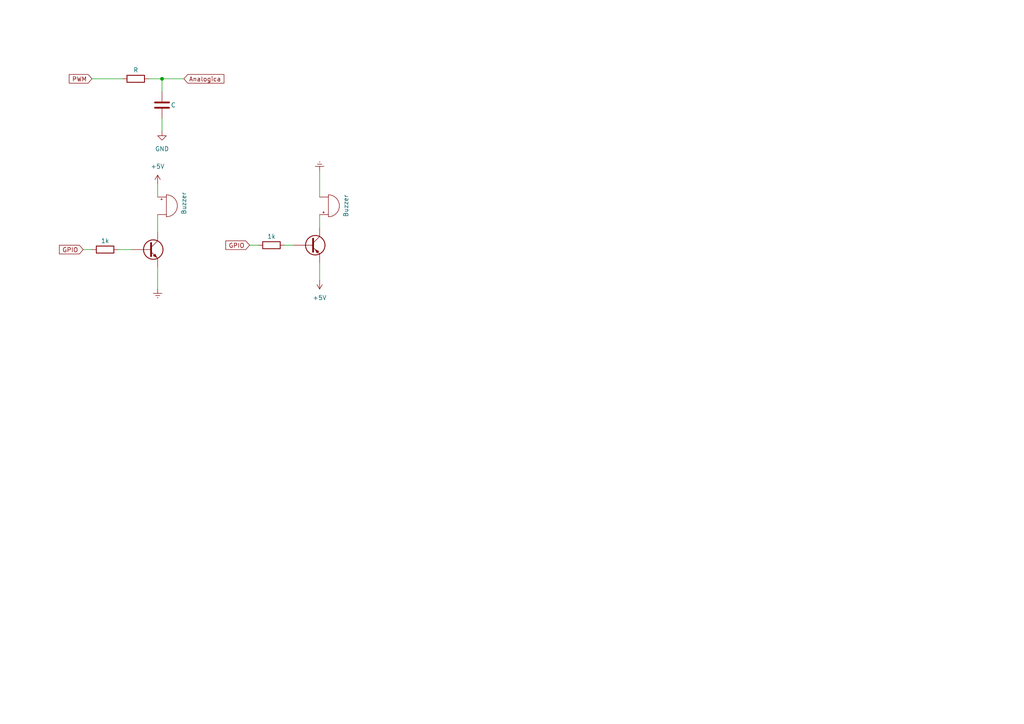
<source format=kicad_sch>
(kicad_sch (version 20211123) (generator eeschema)
  (paper "A4")
  (lib_symbols
    (symbol "Buzzer_1" (pin_numbers hide) (pin_names (offset 0.0254) hide)
      (property "Reference" "BZ" (at 3.81 1.27 0))
      (property "Value" "Buzzer_1" (at 3.81 -1.27 0))
      (symbol "Buzzer_1_0_1"
        (arc (start 0 -3.175) (mid 3.175 0) (end 0 3.175))
        (polyline (pts (xy -1.651 1.905) (xy -1.143 1.905)))
        (polyline (pts (xy -1.397 2.159) (xy -1.397 1.651)))
        (polyline (pts (xy 0 3.175) (xy 0 -3.175)))
      )
      (symbol "Buzzer_1_1_1"
        (pin passive line (at -2.54 2.54 0) (length 2.54) (name "-") (number "1"))
        (pin passive line (at -2.54 -2.54 0) (length 2.54) (name "+") (number "2"))
      )
    )
    (symbol "Device:Buzzer" (pin_numbers hide) (pin_names (offset 0.0254) hide)
      (property "Reference" "BZ" (at 3.81 1.27 0))
      (property "Value" "Buzzer" (at 3.81 -1.27 0))
      (symbol "Buzzer_0_1"
        (arc (start 0 -3.175) (mid 3.175 0) (end 0 3.175))
        (polyline (pts (xy -1.651 1.905) (xy -1.143 1.905)))
        (polyline (pts (xy -1.397 2.159) (xy -1.397 1.651)))
        (polyline (pts (xy 0 3.175) (xy 0 -3.175)))
      )
      (symbol "Buzzer_1_1"
        (pin passive line (at -2.54 2.54 0) (length 2.54) (name "-") (number "1"))
        (pin passive line (at -2.54 -2.54 0) (length 2.54) (name "+") (number "2"))
      )
    )
    (symbol "Device:C" (pin_numbers hide) (pin_names (offset 0.254))
      (property "Reference" "C" (at 0.635 2.54 0))
      (property "Value" "C" (at 0.635 -2.54 0))
      (symbol "C_0_1"
        (polyline (pts (xy -2.032 -0.762) (xy 2.032 -0.762)) (stroke (width 0.508)))
        (polyline (pts (xy -2.032 0.762) (xy 2.032 0.762)) (stroke (width 0.508)))
      )
      (symbol "C_1_1"
        (pin passive line (at 0 3.81 270) (length 2.794) (name "~") (number "1"))
        (pin passive line (at 0 -3.81 90) (length 2.794) (name "~") (number "2"))
      )
    )
    (symbol "Device:Q_NPN_BCE" (pin_numbers hide) (pin_names (offset 0) hide)
      (property "Reference" "Q" (at 5.08 1.27 0))
      (property "Value" "Q_NPN_BCE" (at 5.08 -1.27 0))
      (symbol "Q_NPN_BCE_0_1"
        (polyline (pts (xy 0.635 0.635) (xy 2.54 2.54)))
        (polyline (pts (xy 0.635 -0.635) (xy 2.54 -2.54) (xy 2.54 -2.54)))
        (polyline (pts (xy 0.635 1.905) (xy 0.635 -1.905) (xy 0.635 -1.905)) (stroke (width 0.508)))
        (polyline (pts (xy 1.27 -1.778) (xy 1.778 -1.27) (xy 2.286 -2.286) (xy 1.27 -1.778) (xy 1.27 -1.778)) (fill (type outline)))
        (circle (center 1.27 0) (radius 2.8194) (stroke (width 0.254)))
      )
      (symbol "Q_NPN_BCE_1_1"
        (pin input line (at -5.08 0 0) (length 5.715) (name "B") (number "1"))
        (pin passive line (at 2.54 5.08 270) (length 2.54) (name "C") (number "2"))
        (pin passive line (at 2.54 -5.08 90) (length 2.54) (name "E") (number "3"))
      )
    )
    (symbol "Device:Q_PNP_BCE" (pin_numbers hide) (pin_names (offset 0) hide)
      (property "Reference" "Q" (at 5.08 1.27 0))
      (property "Value" "Q_PNP_BCE" (at 5.08 -1.27 0))
      (symbol "Q_PNP_BCE_0_1"
        (polyline (pts (xy 0.635 0.635) (xy 2.54 2.54)))
        (polyline (pts (xy 0.635 -0.635) (xy 2.54 -2.54) (xy 2.54 -2.54)))
        (polyline (pts (xy 0.635 1.905) (xy 0.635 -1.905) (xy 0.635 -1.905)) (stroke (width 0.508)))
        (polyline (pts (xy 2.286 -1.778) (xy 1.778 -2.286) (xy 1.27 -1.27) (xy 2.286 -1.778) (xy 2.286 -1.778)) (fill (type outline)))
        (circle (center 1.27 0) (radius 2.8194) (stroke (width 0.254)))
      )
      (symbol "Q_PNP_BCE_1_1"
        (pin input line (at -5.08 0 0) (length 5.715) (name "B") (number "1"))
        (pin passive line (at 2.54 5.08 270) (length 2.54) (name "C") (number "2"))
        (pin passive line (at 2.54 -5.08 90) (length 2.54) (name "E") (number "3"))
      )
    )
    (symbol "Device:R" (pin_numbers hide) (pin_names (offset 0))
      (property "Reference" "R" (at 2.032 0 90))
      (property "Value" "R" (at 0 0 90))
      (symbol "R_0_1"
        (rectangle (start -1.016 -2.54) (end 1.016 2.54) (stroke (width 0.254)))
      )
      (symbol "R_1_1"
        (pin passive line (at 0 3.81 270) (length 1.27) (name "~") (number "1"))
        (pin passive line (at 0 -3.81 90) (length 1.27) (name "~") (number "2"))
      )
    )
    (symbol "power:+5V" (power) (pin_names (offset 0))
      (property "Value" "+5V" (at 0 3.556 0))
      (symbol "+5V_0_1"
        (polyline (pts (xy -0.762 1.27) (xy 0 2.54)))
        (polyline (pts (xy 0 0) (xy 0 2.54)))
        (polyline (pts (xy 0 2.54) (xy 0.762 1.27)))
      )
      (symbol "+5V_1_1"
        (pin power_in line (at 0 0 90) (length 0) hide (name "+5V") (number "1"))
      )
    )
    (symbol "power:Earth" (power) (pin_names (offset 0))
      (symbol "Earth_0_1"
        (polyline (pts (xy -0.635 -1.905) (xy 0.635 -1.905)))
        (polyline (pts (xy -0.127 -2.54) (xy 0.127 -2.54)))
        (polyline (pts (xy 0 -1.27) (xy 0 0)))
        (polyline (pts (xy 1.27 -1.27) (xy -1.27 -1.27)))
      )
      (symbol "Earth_1_1"
        (pin power_in line (at 0 0 270) (length 0) hide (name "Earth") (number "1"))
      )
    )
    (symbol "power:GND" (power) (pin_names (offset 0))
      (property "Value" "GND" (at 0 -3.81 0))
      (symbol "GND_0_1"
        (polyline (pts (xy 0 0) (xy 0 -1.27) (xy 1.27 -1.27) (xy 0 -2.54) (xy -1.27 -1.27) (xy 0 -1.27)))
      )
      (symbol "GND_1_1"
        (pin power_in line (at 0 0 270) (length 0) hide (name "GND") (number "1"))
      )
    )
  )
  (junction (at 46.99 22.86))
  (wire (pts (xy 26.67 22.86) (xy 35.56 22.86)))
  (wire (pts (xy 82.55 71.12) (xy 85.09 71.12)))
  (wire (pts (xy 45.72 77.47) (xy 45.72 83.82)))
  (wire (pts (xy 92.71 76.2) (xy 92.71 81.28)))
  (wire (pts (xy 92.71 49.53) (xy 92.71 57.15)))
  (wire (pts (xy 46.99 34.29) (xy 46.99 38.1)))
  (wire (pts (xy 46.99 22.86) (xy 46.99 26.67)))
  (wire (pts (xy 43.18 22.86) (xy 46.99 22.86)))
  (wire (pts (xy 45.72 53.34) (xy 45.72 57.15)))
  (wire (pts (xy 72.39 71.12) (xy 74.93 71.12)))
  (wire (pts (xy 92.71 62.23) (xy 92.71 66.04)))
  (wire (pts (xy 24.13 72.39) (xy 26.67 72.39)))
  (wire (pts (xy 46.99 22.86) (xy 53.34 22.86)))
  (wire (pts (xy 34.29 72.39) (xy 38.1 72.39)))
  (wire (pts (xy 45.72 62.23) (xy 45.72 67.31)))
  (global_label "GPIO" (shape input) (at 24.13 72.39 180) (property "Referencias entre hojas" "${INTERSHEET_REFS}" (effects hide)))
  (global_label "Analogica" (shape input) (at 53.34 22.86 0) (property "Referencias entre hojas" "${INTERSHEET_REFS}" (effects hide)))
  (global_label "GPIO" (shape input) (at 72.39 71.12 180) (property "Referencias entre hojas" "${INTERSHEET_REFS}" (effects hide)))
  (global_label "PWM" (shape input) (at 26.67 22.86 180) (property "Referencias entre hojas" "${INTERSHEET_REFS}" (effects hide)))
  (symbol (lib_id "power:+5V") (at 92.71 81.28 180) (unit 1)
    (property "Reference" "#PWR?" (effects hide))
    (property "Value" "+5V" (at 92.71 86.36 0))
  )
  (symbol (lib_id "Device:Q_NPN_BCE") (at 43.18 72.39 0) (unit 1)
    (property "Reference" "Q?" (effects hide))
    (property "Value" "Q_NPN_BCE" (effects hide))
  )
  (symbol (lib_id "Device:R") (at 39.37 22.86 90) (unit 1)
    (property "Reference" "R?" (effects hide))
    (property "Value" "R" (at 39.37 20.32 90))
  )
  (symbol (lib_id "power:GND") (at 46.99 38.1 0) (unit 1)
    (property "Reference" "#PWR?" (effects hide))
    (property "Value" "GND" (at 46.99 43.18 0))
  )
  (symbol (lib_id "power:+5V") (at 45.72 53.34 0) (unit 1)
    (property "Reference" "#PWR?" (effects hide))
    (property "Value" "+5V" (at 45.72 48.26 0))
  )
  (symbol (lib_id "Device:Buzzer") (at 95.25 59.69 0) (mirror x) (unit 1)
    (property "Reference" "BZ?" (effects hide))
    (property "Value" "Buzzer" (at 100.33 59.69 90))
  )
  (symbol (lib_id "Device:R") (at 30.48 72.39 90) (unit 1)
    (property "Reference" "R?" (effects hide))
    (property "Value" "1k" (at 30.48 69.85 90))
  )
  (symbol (lib_id "power:Earth") (at 45.72 83.82 0) (unit 1)
    (property "Reference" "#PWR?" (effects hide))
    (property "Value" "Earth" (effects hide))
  )
  (symbol (lib_id "Device:R") (at 78.74 71.12 90) (unit 1)
    (property "Reference" "R?" (effects hide))
    (property "Value" "1k" (at 78.74 68.58 90))
  )
  (symbol (lib_id "Device:C") (at 46.99 30.48 0) (unit 1)
    (property "Reference" "C?" (effects hide))
    (property "Value" "C" (at 49.53 30.48 0) (effects (justify left)))
  )
  (symbol (lib_id "Device:Q_PNP_BCE") (at 90.17 71.12 0) (unit 1)
    (property "Reference" "Q?" (effects hide))
    (property "Value" "Q_PNP_BCE" (effects hide))
  )
  (symbol (lib_id "power:Earth") (at 92.71 49.53 180) (unit 1)
    (property "Reference" "#PWR?" (effects hide))
    (property "Value" "Earth" (effects hide))
  )
  (symbol (lib_name "Buzzer_1") (lib_id "Device:Buzzer") (at 48.26 59.69 0) (unit 1)
    (property "Reference" "BZ?" (effects hide))
    (property "Value" "Buzzer" (at 53.34 62.23 90) (effects (justify left)))
  )
)
</source>
